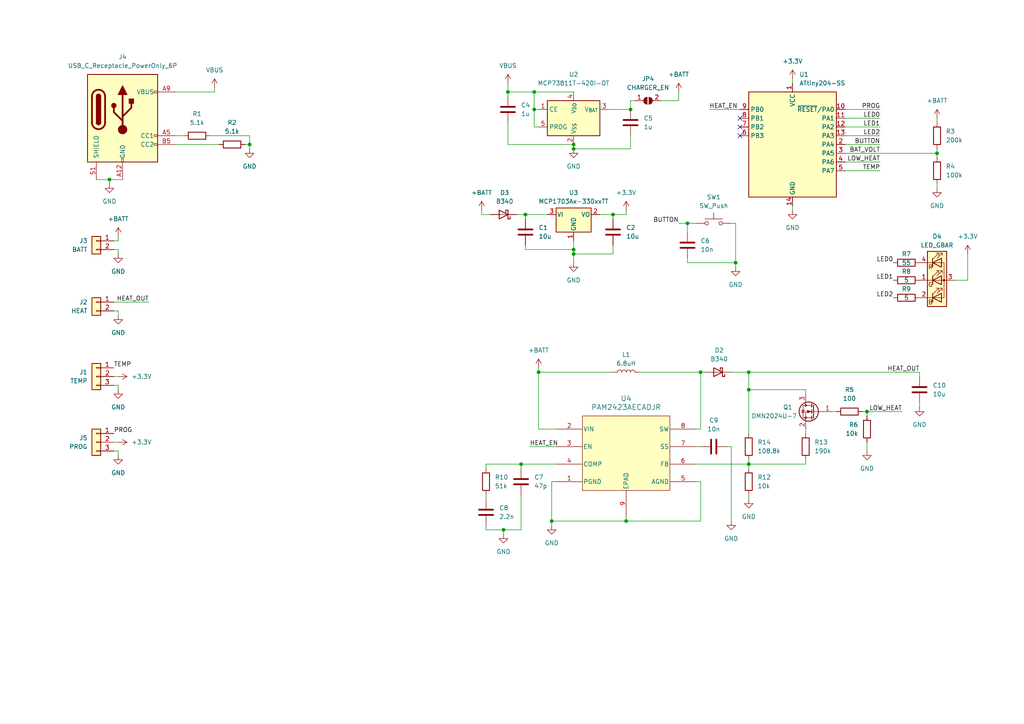
<source format=kicad_sch>
(kicad_sch (version 20230121) (generator eeschema)
  (paper "A4")
  (lib_symbols
    (symbol "Battery_Management:MCP73811T-420I-OT"
      (property "Reference" "U" (at -6.35 6.35 0))
      (property "Value" "MCP73811T-420I-OT" (at 1.27 6.35 0))
      (symbol "MCP73811T-420I-OT_0_1"
        (rectangle (start -7.62 5.08) (end 7.62 -5.08) (stroke (width 0.254)) (fill (type background)))
      )
      (symbol "MCP73811T-420I-OT_1_1"
        (pin input line (at -10.16 2.54 0) (length 2.54) (name "CE") (number "1"))
        (pin power_in line (at 0 -7.62 90) (length 2.54) (name "V_{SS}") (number "2"))
        (pin power_out line (at 10.16 2.54 180) (length 2.54) (name "V_{BAT}") (number "3"))
        (pin power_in line (at 0 7.62 270) (length 2.54) (name "V_{DD}") (number "4"))
        (pin input line (at -10.16 -2.54 0) (length 2.54) (name "PROG") (number "5"))
      )
    )
    (symbol "Connector:USB_C_Receptacle_PowerOnly_6P" (pin_names (offset 1.016))
      (property "Reference" "J" (at 0 16.51 0))
      (property "Value" "USB_C_Receptacle_PowerOnly_6P" (at 0 13.97 0))
      (symbol "USB_C_Receptacle_PowerOnly_6P_0_0"
        (rectangle (start -0.254 -12.7) (end 0.254 -11.684))
        (rectangle (start 10.16 -7.366) (end 9.144 -7.874))
        (rectangle (start 10.16 -4.826) (end 9.144 -5.334))
        (rectangle (start 10.16 7.874) (end 9.144 7.366))
      )
      (symbol "USB_C_Receptacle_PowerOnly_6P_0_1"
        (rectangle (start -10.16 12.7) (end 10.16 -12.7) (stroke (width 0.254)) (fill (type background)))
        (arc (start -8.89 -1.27) (mid -6.985 -3.1667) (end -5.08 -1.27) (stroke (width 0.508)))
        (arc (start -7.62 -1.27) (mid -6.985 -1.9023) (end -6.35 -1.27) (stroke (width 0.254)))
        (arc (start -7.62 -1.27) (mid -6.985 -1.9023) (end -6.35 -1.27) (stroke (width 0.254)) (fill (type outline)))
        (rectangle (start -7.62 -1.27) (end -6.35 6.35) (stroke (width 0.254)) (fill (type outline)))
        (arc (start -6.35 6.35) (mid -6.985 6.9823) (end -7.62 6.35) (stroke (width 0.254)))
        (arc (start -6.35 6.35) (mid -6.985 6.9823) (end -7.62 6.35) (stroke (width 0.254)) (fill (type outline)))
        (arc (start -5.08 6.35) (mid -6.985 8.2467) (end -8.89 6.35) (stroke (width 0.508)))
        (circle (center -2.54 3.683) (radius 0.635) (stroke (width 0.254)) (fill (type outline)))
        (circle (center 0 -3.302) (radius 1.27) (fill (type outline)))
        (polyline (pts (xy -8.89 -1.27) (xy -8.89 6.35)) (stroke (width 0.508)))
        (polyline (pts (xy -5.08 6.35) (xy -5.08 -1.27)) (stroke (width 0.508)))
        (polyline (pts (xy 0 -3.302) (xy 0 6.858)) (stroke (width 0.508)))
        (polyline (pts (xy 0 -0.762) (xy -2.54 1.778) (xy -2.54 3.048)) (stroke (width 0.508)))
        (polyline (pts (xy 0 0.508) (xy 2.54 3.048) (xy 2.54 4.318)) (stroke (width 0.508)))
        (polyline (pts (xy -1.27 6.858) (xy 0 9.398) (xy 1.27 6.858) (xy -1.27 6.858)) (stroke (width 0.254)) (fill (type outline)))
        (rectangle (start 1.905 4.318) (end 3.175 5.588) (stroke (width 0.254)) (fill (type outline)))
      )
      (symbol "USB_C_Receptacle_PowerOnly_6P_1_1"
        (pin passive line (at 0 -17.78 90) (length 5.08) (name "GND") (number "A12"))
        (pin bidirectional line (at 15.24 -5.08 180) (length 5.08) (name "CC1") (number "A5"))
        (pin passive line (at 15.24 7.62 180) (length 5.08) (name "VBUS") (number "A9"))
        (pin passive line (at 0 -17.78 90) (length 5.08) hide (name "GND") (number "B12"))
        (pin bidirectional line (at 15.24 -7.62 180) (length 5.08) (name "CC2") (number "B5"))
        (pin passive line (at 15.24 7.62 180) (length 5.08) hide (name "VBUS") (number "B9"))
        (pin passive line (at -7.62 -17.78 90) (length 5.08) (name "SHIELD") (number "S1"))
      )
    )
    (symbol "Connector_Generic:Conn_01x02" (pin_names (offset 1.016) hide)
      (property "Reference" "J" (at 0 2.54 0))
      (property "Value" "Conn_01x02" (at 0 -5.08 0))
      (symbol "Conn_01x02_1_1"
        (rectangle (start -1.27 -2.413) (end 0 -2.667) (stroke (width 0.1524)))
        (rectangle (start -1.27 0.127) (end 0 -0.127) (stroke (width 0.1524)))
        (rectangle (start -1.27 1.27) (end 1.27 -3.81) (stroke (width 0.254)) (fill (type background)))
        (pin passive line (at -5.08 0 0) (length 3.81) (name "Pin_1") (number "1"))
        (pin passive line (at -5.08 -2.54 0) (length 3.81) (name "Pin_2") (number "2"))
      )
    )
    (symbol "Connector_Generic:Conn_01x03" (pin_names (offset 1.016) hide)
      (property "Reference" "J" (at 0 5.08 0))
      (property "Value" "Conn_01x03" (at 0 -5.08 0))
      (symbol "Conn_01x03_1_1"
        (rectangle (start -1.27 -2.413) (end 0 -2.667) (stroke (width 0.1524)))
        (rectangle (start -1.27 0.127) (end 0 -0.127) (stroke (width 0.1524)))
        (rectangle (start -1.27 2.667) (end 0 2.413) (stroke (width 0.1524)))
        (rectangle (start -1.27 3.81) (end 1.27 -3.81) (stroke (width 0.254)) (fill (type background)))
        (pin passive line (at -5.08 2.54 0) (length 3.81) (name "Pin_1") (number "1"))
        (pin passive line (at -5.08 0 0) (length 3.81) (name "Pin_2") (number "2"))
        (pin passive line (at -5.08 -2.54 0) (length 3.81) (name "Pin_3") (number "3"))
      )
    )
    (symbol "Device:C" (pin_numbers hide) (pin_names (offset 0.254))
      (property "Reference" "C" (at 0.635 2.54 0))
      (property "Value" "C" (at 0.635 -2.54 0))
      (symbol "C_0_1"
        (polyline (pts (xy -2.032 -0.762) (xy 2.032 -0.762)) (stroke (width 0.508)))
        (polyline (pts (xy -2.032 0.762) (xy 2.032 0.762)) (stroke (width 0.508)))
      )
      (symbol "C_1_1"
        (pin passive line (at 0 3.81 270) (length 2.794) (name "~") (number "1"))
        (pin passive line (at 0 -3.81 90) (length 2.794) (name "~") (number "2"))
      )
    )
    (symbol "Device:L" (pin_numbers hide) (pin_names (offset 1.016) hide)
      (property "Reference" "L" (at -1.27 0 90))
      (property "Value" "L" (at 1.905 0 90))
      (symbol "L_0_1"
        (arc (start 0 -2.54) (mid 0.6323 -1.905) (end 0 -1.27))
        (arc (start 0 -1.27) (mid 0.6323 -0.635) (end 0 0))
        (arc (start 0 0) (mid 0.6323 0.635) (end 0 1.27))
        (arc (start 0 1.27) (mid 0.6323 1.905) (end 0 2.54))
      )
      (symbol "L_1_1"
        (pin passive line (at 0 3.81 270) (length 1.27) (name "1") (number "1"))
        (pin passive line (at 0 -3.81 90) (length 1.27) (name "2") (number "2"))
      )
    )
    (symbol "Device:LED_GBAR" (pin_names (offset 0) hide)
      (property "Reference" "D" (at 0 9.398 0))
      (property "Value" "LED_GBAR" (at 0 -8.89 0))
      (symbol "LED_GBAR_0_0"
        (text "B" (at -1.905 -6.35 0) (effects (font (size 1.27 1.27))))
        (text "G" (at -1.905 -1.27 0) (effects (font (size 1.27 1.27))))
        (text "R" (at -1.905 3.81 0) (effects (font (size 1.27 1.27))))
      )
      (symbol "LED_GBAR_0_1"
        (polyline (pts (xy -1.27 -5.08) (xy -2.54 -5.08)))
        (polyline (pts (xy -1.27 -5.08) (xy 1.27 -5.08)))
        (polyline (pts (xy -1.27 -3.81) (xy -1.27 -6.35)) (stroke (width 0.254)))
        (polyline (pts (xy -1.27 0) (xy -2.54 0)))
        (polyline (pts (xy -1.27 1.27) (xy -1.27 -1.27)) (stroke (width 0.254)))
        (polyline (pts (xy -1.27 5.08) (xy -2.54 5.08)))
        (polyline (pts (xy -1.27 5.08) (xy 1.27 5.08)))
        (polyline (pts (xy -1.27 6.35) (xy -1.27 3.81)) (stroke (width 0.254)))
        (polyline (pts (xy 1.27 0) (xy -1.27 0)))
        (polyline (pts (xy 1.27 0) (xy 2.54 0)))
        (polyline (pts (xy -1.27 1.27) (xy -1.27 -1.27) (xy -1.27 -1.27)))
        (polyline (pts (xy -1.27 6.35) (xy -1.27 3.81) (xy -1.27 3.81)))
        (polyline (pts (xy 1.27 -5.08) (xy 2.032 -5.08) (xy 2.032 5.08) (xy 1.27 5.08)))
        (polyline (pts (xy 1.27 -3.81) (xy 1.27 -6.35) (xy -1.27 -5.08) (xy 1.27 -3.81)) (stroke (width 0.254)))
        (polyline (pts (xy 1.27 1.27) (xy 1.27 -1.27) (xy -1.27 0) (xy 1.27 1.27)) (stroke (width 0.254)))
        (polyline (pts (xy 1.27 6.35) (xy 1.27 3.81) (xy -1.27 5.08) (xy 1.27 6.35)) (stroke (width 0.254)))
        (polyline (pts (xy -1.016 -3.81) (xy 0.508 -2.286) (xy -0.254 -2.286) (xy 0.508 -2.286) (xy 0.508 -3.048)))
        (polyline (pts (xy -1.016 1.27) (xy 0.508 2.794) (xy -0.254 2.794) (xy 0.508 2.794) (xy 0.508 2.032)))
        (polyline (pts (xy -1.016 6.35) (xy 0.508 7.874) (xy -0.254 7.874) (xy 0.508 7.874) (xy 0.508 7.112)))
        (polyline (pts (xy 0 -3.81) (xy 1.524 -2.286) (xy 0.762 -2.286) (xy 1.524 -2.286) (xy 1.524 -3.048)))
        (polyline (pts (xy 0 1.27) (xy 1.524 2.794) (xy 0.762 2.794) (xy 1.524 2.794) (xy 1.524 2.032)))
        (polyline (pts (xy 0 6.35) (xy 1.524 7.874) (xy 0.762 7.874) (xy 1.524 7.874) (xy 1.524 7.112)))
        (rectangle (start 1.27 -1.27) (end 1.27 1.27))
        (rectangle (start 1.27 1.27) (end 1.27 1.27))
        (rectangle (start 1.27 3.81) (end 1.27 6.35))
        (rectangle (start 1.27 6.35) (end 1.27 6.35))
        (circle (center 2.032 0) (radius 0.254) (fill (type outline)))
        (rectangle (start 2.794 8.382) (end -2.794 -7.62) (stroke (width 0.254)) (fill (type background)))
      )
      (symbol "LED_GBAR_1_1"
        (pin passive line (at -5.08 0 0) (length 2.54) (name "GK") (number "1"))
        (pin passive line (at -5.08 -5.08 0) (length 2.54) (name "BK") (number "2"))
        (pin passive line (at 5.08 0 180) (length 2.54) (name "A") (number "3"))
        (pin passive line (at -5.08 5.08 0) (length 2.54) (name "RK") (number "4"))
      )
    )
    (symbol "Device:R" (pin_numbers hide) (pin_names (offset 0))
      (property "Reference" "R" (at 2.032 0 90))
      (property "Value" "R" (at 0 0 90))
      (symbol "R_0_1"
        (rectangle (start -1.016 -2.54) (end 1.016 2.54) (stroke (width 0.254)))
      )
      (symbol "R_1_1"
        (pin passive line (at 0 3.81 270) (length 1.27) (name "~") (number "1"))
        (pin passive line (at 0 -3.81 90) (length 1.27) (name "~") (number "2"))
      )
    )
    (symbol "Diode:B340" (pin_numbers hide) (pin_names (offset 1.016) hide)
      (property "Reference" "D" (at 0 2.54 0))
      (property "Value" "B340" (at 0 -2.54 0))
      (symbol "B340_0_1"
        (polyline (pts (xy 1.27 0) (xy -1.27 0)))
        (polyline (pts (xy 1.27 1.27) (xy 1.27 -1.27) (xy -1.27 0) (xy 1.27 1.27)) (stroke (width 0.254)))
        (polyline (pts (xy -1.905 0.635) (xy -1.905 1.27) (xy -1.27 1.27) (xy -1.27 -1.27) (xy -0.635 -1.27) (xy -0.635 -0.635)) (stroke (width 0.254)))
      )
      (symbol "B340_1_1"
        (pin passive line (at -3.81 0 0) (length 2.54) (name "K") (number "1"))
        (pin passive line (at 3.81 0 180) (length 2.54) (name "A") (number "2"))
      )
    )
    (symbol "Jumper:SolderJumper_2_Open" (pin_names (offset 0) hide)
      (property "Reference" "JP" (at 0 2.032 0))
      (property "Value" "SolderJumper_2_Open" (at 0 -2.54 0))
      (symbol "SolderJumper_2_Open_0_1"
        (arc (start -0.254 1.016) (mid -1.2656 0) (end -0.254 -1.016))
        (arc (start -0.254 1.016) (mid -1.2656 0) (end -0.254 -1.016) (fill (type outline)))
        (polyline (pts (xy -0.254 1.016) (xy -0.254 -1.016)))
        (polyline (pts (xy 0.254 1.016) (xy 0.254 -1.016)))
        (arc (start 0.254 -1.016) (mid 1.2656 0) (end 0.254 1.016))
        (arc (start 0.254 -1.016) (mid 1.2656 0) (end 0.254 1.016) (fill (type outline)))
      )
      (symbol "SolderJumper_2_Open_1_1"
        (pin passive line (at -3.81 0 0) (length 2.54) (name "A") (number "1"))
        (pin passive line (at 3.81 0 180) (length 2.54) (name "B") (number "2"))
      )
    )
    (symbol "MCU_Microchip_ATtiny:ATtiny204-SS"
      (property "Reference" "U" (at -12.7 16.51 0))
      (property "Value" "ATtiny204-SS" (at 2.54 -16.51 0))
      (symbol "ATtiny204-SS_0_1"
        (rectangle (start -12.7 -15.24) (end 12.7 15.24) (stroke (width 0.254)) (fill (type background)))
      )
      (symbol "ATtiny204-SS_1_1"
        (pin power_in line (at 0 17.78 270) (length 2.54) (name "VCC") (number "1"))
        (pin bidirectional line (at 15.24 10.16 180) (length 2.54) (name "~{RESET}/PA0") (number "10"))
        (pin bidirectional line (at 15.24 7.62 180) (length 2.54) (name "PA1") (number "11"))
        (pin bidirectional line (at 15.24 5.08 180) (length 2.54) (name "PA2") (number "12"))
        (pin bidirectional line (at 15.24 2.54 180) (length 2.54) (name "PA3") (number "13"))
        (pin power_in line (at 0 -17.78 90) (length 2.54) (name "GND") (number "14"))
        (pin bidirectional line (at 15.24 0 180) (length 2.54) (name "PA4") (number "2"))
        (pin bidirectional line (at 15.24 -2.54 180) (length 2.54) (name "PA5") (number "3"))
        (pin bidirectional line (at 15.24 -5.08 180) (length 2.54) (name "PA6") (number "4"))
        (pin bidirectional line (at 15.24 -7.62 180) (length 2.54) (name "PA7") (number "5"))
        (pin bidirectional line (at -15.24 2.54 0) (length 2.54) (name "PB3") (number "6"))
        (pin bidirectional line (at -15.24 5.08 0) (length 2.54) (name "PB2") (number "7"))
        (pin bidirectional line (at -15.24 7.62 0) (length 2.54) (name "PB1") (number "8"))
        (pin bidirectional line (at -15.24 10.16 0) (length 2.54) (name "PB0") (number "9"))
      )
    )
    (symbol "Regulator_Linear:MCP1703Ax-330xxTT" (pin_names (offset 0.254))
      (property "Reference" "U" (at -3.81 3.175 0))
      (property "Value" "MCP1703Ax-330xxTT" (at 0 3.175 0))
      (symbol "MCP1703Ax-330xxTT_0_1"
        (rectangle (start -5.08 -5.08) (end 5.08 1.905) (stroke (width 0.254)) (fill (type background)))
      )
      (symbol "MCP1703Ax-330xxTT_1_1"
        (pin power_in line (at 0 -7.62 90) (length 2.54) (name "GND") (number "1"))
        (pin power_out line (at 7.62 0 180) (length 2.54) (name "VO") (number "2"))
        (pin power_in line (at -7.62 0 0) (length 2.54) (name "VI") (number "3"))
      )
    )
    (symbol "Switch:SW_Push" (pin_numbers hide) (pin_names (offset 1.016) hide)
      (property "Reference" "SW" (at 1.27 2.54 0))
      (property "Value" "SW_Push" (at 0 -1.524 0))
      (symbol "SW_Push_0_1"
        (circle (center -2.032 0) (radius 0.508))
        (polyline (pts (xy 0 1.27) (xy 0 3.048)))
        (polyline (pts (xy 2.54 1.27) (xy -2.54 1.27)))
        (circle (center 2.032 0) (radius 0.508))
        (pin passive line (at -5.08 0 0) (length 2.54) (name "1") (number "1"))
        (pin passive line (at 5.08 0 180) (length 2.54) (name "2") (number "2"))
      )
    )
    (symbol "Transistor_FET:DMN3300U" (pin_names hide)
      (property "Reference" "Q" (at 5.08 1.905 0))
      (property "Value" "DMN3300U" (at 5.08 0 0))
      (symbol "DMN3300U_0_1"
        (polyline (pts (xy 0.254 0) (xy -2.54 0)))
        (polyline (pts (xy 0.254 1.905) (xy 0.254 -1.905)) (stroke (width 0.254)))
        (polyline (pts (xy 0.762 -1.27) (xy 0.762 -2.286)) (stroke (width 0.254)))
        (polyline (pts (xy 0.762 0.508) (xy 0.762 -0.508)) (stroke (width 0.254)))
        (polyline (pts (xy 0.762 2.286) (xy 0.762 1.27)) (stroke (width 0.254)))
        (polyline (pts (xy 2.54 2.54) (xy 2.54 1.778)))
        (polyline (pts (xy 2.54 -2.54) (xy 2.54 0) (xy 0.762 0)))
        (polyline (pts (xy 0.762 -1.778) (xy 3.302 -1.778) (xy 3.302 1.778) (xy 0.762 1.778)))
        (polyline (pts (xy 1.016 0) (xy 2.032 0.381) (xy 2.032 -0.381) (xy 1.016 0)) (fill (type outline)))
        (polyline (pts (xy 2.794 0.508) (xy 2.921 0.381) (xy 3.683 0.381) (xy 3.81 0.254)))
        (polyline (pts (xy 3.302 0.381) (xy 2.921 -0.254) (xy 3.683 -0.254) (xy 3.302 0.381)))
        (circle (center 1.651 0) (radius 2.794) (stroke (width 0.254)))
        (circle (center 2.54 -1.778) (radius 0.254) (fill (type outline)))
        (circle (center 2.54 1.778) (radius 0.254) (fill (type outline)))
      )
      (symbol "DMN3300U_1_1"
        (pin input line (at -5.08 0 0) (length 2.54) (name "G") (number "1"))
        (pin passive line (at 2.54 -5.08 90) (length 2.54) (name "S") (number "2"))
        (pin passive line (at 2.54 5.08 270) (length 2.54) (name "D") (number "3"))
      )
    )
    (symbol "power:+3.3V" (power) (pin_names (offset 0))
      (property "Value" "+3.3V" (at 0 3.556 0))
      (symbol "+3.3V_0_1"
        (polyline (pts (xy -0.762 1.27) (xy 0 2.54)))
        (polyline (pts (xy 0 0) (xy 0 2.54)))
        (polyline (pts (xy 0 2.54) (xy 0.762 1.27)))
      )
      (symbol "+3.3V_1_1"
        (pin power_in line (at 0 0 90) (length 0) hide (name "+3.3V") (number "1"))
      )
    )
    (symbol "power:+BATT" (power) (pin_names (offset 0))
      (property "Value" "+BATT" (at 0 3.556 0))
      (symbol "+BATT_0_1"
        (polyline (pts (xy -0.762 1.27) (xy 0 2.54)))
        (polyline (pts (xy 0 0) (xy 0 2.54)))
        (polyline (pts (xy 0 2.54) (xy 0.762 1.27)))
      )
      (symbol "+BATT_1_1"
        (pin power_in line (at 0 0 90) (length 0) hide (name "+BATT") (number "1"))
      )
    )
    (symbol "power:GND" (power) (pin_names (offset 0))
      (property "Value" "GND" (at 0 -3.81 0))
      (symbol "GND_0_1"
        (polyline (pts (xy 0 0) (xy 0 -1.27) (xy 1.27 -1.27) (xy 0 -2.54) (xy -1.27 -1.27) (xy 0 -1.27)))
      )
      (symbol "GND_1_1"
        (pin power_in line (at 0 0 270) (length 0) hide (name "GND") (number "1"))
      )
    )
    (symbol "power:VBUS" (power) (pin_names (offset 0))
      (property "Value" "VBUS" (at 0 3.81 0))
      (symbol "VBUS_0_1"
        (polyline (pts (xy -0.762 1.27) (xy 0 2.54)))
        (polyline (pts (xy 0 0) (xy 0 2.54)))
        (polyline (pts (xy 0 2.54) (xy 0.762 1.27)))
      )
      (symbol "VBUS_1_1"
        (pin power_in line (at 0 0 90) (length 0) hide (name "VBUS") (number "1"))
      )
    )
    (symbol "velo:PAM2423AECADJR" (pin_names (offset 0.254))
      (property "Reference" "U4" (at 20.32 10.16 0))
      (property "Value" "PAM2423AECADJR" (at 20.32 7.62 0))
      (symbol "PAM2423AECADJR_0_1"
        (pin power_out line (at 0 -13.97 0) (length 7.62) (name "PGND") (number "1"))
        (pin unspecified line (at 0 1.27 0) (length 7.62) (name "VIN") (number "2"))
        (pin unspecified line (at 0 -3.81 0) (length 7.62) (name "EN") (number "3"))
        (pin unspecified line (at 0 -8.89 0) (length 7.62) (name "COMP") (number "4"))
        (pin power_out line (at 40.64 -13.97 180) (length 7.62) (name "AGND") (number "5"))
        (pin unspecified line (at 40.64 -8.89 180) (length 7.62) (name "FB") (number "6"))
        (pin unspecified line (at 40.64 -3.81 180) (length 7.62) (name "SS") (number "7"))
        (pin unspecified line (at 40.64 1.27 180) (length 7.62) (name "SW") (number "8"))
      )
      (symbol "PAM2423AECADJR_1_1"
        (rectangle (start 7.62 5.08) (end 33.02 -16.51) (fill (type background)))
        (pin unspecified line (at 20.32 -24.13 90) (length 7.62) (name "EPAD") (number "9"))
      )
    )
  )
  (junction (at 154.94 26.67))
  (junction (at 151.13 134.62))
  (junction (at 72.39 41.91))
  (junction (at 152.4 62.23))
  (junction (at 160.02 151.13))
  (junction (at 199.39 64.77))
  (junction (at 166.37 73.66))
  (junction (at 166.37 41.91))
  (junction (at 217.17 113.03))
  (junction (at 271.78 44.45))
  (junction (at 203.2 107.95))
  (junction (at 146.05 153.67))
  (junction (at 147.32 26.67))
  (junction (at 166.37 43.18))
  (junction (at 217.17 107.95))
  (junction (at 217.17 134.62))
  (junction (at 182.88 31.75))
  (junction (at 31.75 52.07))
  (junction (at 181.61 151.13))
  (junction (at 213.36 76.2))
  (junction (at 156.21 107.95))
  (junction (at 177.8 62.23))
  (junction (at 166.37 72.39))
  (junction (at 154.94 31.75))
  (junction (at 251.46 119.38))
  (no_connect (at 214.63 36.83))
  (no_connect (at 214.63 34.29))
  (no_connect (at 214.63 39.37))
  (wire (pts (xy 140.97 134.62) (xy 140.97 135.89)))
  (wire (pts (xy 153.67 129.54) (xy 161.29 129.54)))
  (wire (pts (xy 140.97 143.51) (xy 140.97 144.78)))
  (wire (pts (xy 217.17 134.62) (xy 217.17 135.89)))
  (wire (pts (xy 181.61 151.13) (xy 160.02 151.13)))
  (wire (pts (xy 35.56 52.07) (xy 31.75 52.07)))
  (wire (pts (xy 154.94 31.75) (xy 154.94 36.83)))
  (wire (pts (xy 72.39 41.91) (xy 72.39 43.18)))
  (wire (pts (xy 149.86 62.23) (xy 152.4 62.23)))
  (wire (pts (xy 160.02 151.13) (xy 160.02 152.4)))
  (wire (pts (xy 210.82 129.54) (xy 212.09 129.54)))
  (wire (pts (xy 271.78 53.34) (xy 271.78 54.61)))
  (wire (pts (xy 199.39 64.77) (xy 201.93 64.77)))
  (wire (pts (xy 152.4 72.39) (xy 166.37 72.39)))
  (wire (pts (xy 217.17 113.03) (xy 233.68 113.03)))
  (wire (pts (xy 71.12 41.91) (xy 72.39 41.91)))
  (wire (pts (xy 154.94 31.75) (xy 156.21 31.75)))
  (wire (pts (xy 147.32 27.94) (xy 147.32 26.67)))
  (wire (pts (xy 185.42 107.95) (xy 203.2 107.95)))
  (wire (pts (xy 229.87 59.69) (xy 229.87 60.96)))
  (wire (pts (xy 34.29 109.22) (xy 33.02 109.22)))
  (wire (pts (xy 34.29 73.66) (xy 34.29 72.39)))
  (wire (pts (xy 191.77 29.21) (xy 196.85 29.21)))
  (wire (pts (xy 217.17 107.95) (xy 266.7 107.95)))
  (wire (pts (xy 182.88 39.37) (xy 182.88 43.18)))
  (wire (pts (xy 50.8 39.37) (xy 53.34 39.37)))
  (wire (pts (xy 271.78 34.29) (xy 271.78 35.56)))
  (wire (pts (xy 251.46 119.38) (xy 261.62 119.38)))
  (wire (pts (xy 233.68 114.3) (xy 233.68 113.03)))
  (wire (pts (xy 255.27 34.29) (xy 245.11 34.29)))
  (wire (pts (xy 166.37 73.66) (xy 166.37 76.2)))
  (wire (pts (xy 213.36 77.47) (xy 213.36 76.2)))
  (wire (pts (xy 151.13 153.67) (xy 151.13 143.51)))
  (wire (pts (xy 173.99 62.23) (xy 177.8 62.23)))
  (wire (pts (xy 233.68 133.35) (xy 233.68 134.62)))
  (wire (pts (xy 62.23 26.67) (xy 62.23 25.4)))
  (wire (pts (xy 217.17 134.62) (xy 233.68 134.62)))
  (wire (pts (xy 241.3 119.38) (xy 242.57 119.38)))
  (wire (pts (xy 217.17 133.35) (xy 217.17 134.62)))
  (wire (pts (xy 255.27 49.53) (xy 245.11 49.53)))
  (wire (pts (xy 152.4 71.12) (xy 152.4 72.39)))
  (wire (pts (xy 217.17 113.03) (xy 217.17 125.73)))
  (wire (pts (xy 31.75 52.07) (xy 27.94 52.07)))
  (wire (pts (xy 212.09 107.95) (xy 217.17 107.95)))
  (wire (pts (xy 182.88 29.21) (xy 184.15 29.21)))
  (wire (pts (xy 182.88 29.21) (xy 182.88 31.75)))
  (wire (pts (xy 154.94 26.67) (xy 154.94 31.75)))
  (wire (pts (xy 182.88 43.18) (xy 166.37 43.18)))
  (wire (pts (xy 205.74 31.75) (xy 214.63 31.75)))
  (wire (pts (xy 245.11 46.99) (xy 255.27 46.99)))
  (wire (pts (xy 250.19 119.38) (xy 251.46 119.38)))
  (wire (pts (xy 151.13 134.62) (xy 140.97 134.62)))
  (wire (pts (xy 271.78 44.45) (xy 271.78 45.72)))
  (wire (pts (xy 196.85 64.77) (xy 199.39 64.77)))
  (wire (pts (xy 199.39 76.2) (xy 199.39 74.93)))
  (wire (pts (xy 203.2 124.46) (xy 201.93 124.46)))
  (wire (pts (xy 255.27 41.91) (xy 245.11 41.91)))
  (wire (pts (xy 213.36 64.77) (xy 212.09 64.77)))
  (wire (pts (xy 177.8 73.66) (xy 177.8 71.12)))
  (wire (pts (xy 181.61 62.23) (xy 181.61 60.96)))
  (wire (pts (xy 166.37 69.85) (xy 166.37 72.39)))
  (wire (pts (xy 147.32 26.67) (xy 154.94 26.67)))
  (wire (pts (xy 152.4 62.23) (xy 158.75 62.23)))
  (wire (pts (xy 203.2 139.7) (xy 203.2 151.13)))
  (wire (pts (xy 166.37 73.66) (xy 177.8 73.66)))
  (wire (pts (xy 201.93 129.54) (xy 203.2 129.54)))
  (wire (pts (xy 60.96 39.37) (xy 72.39 39.37)))
  (wire (pts (xy 34.29 113.03) (xy 34.29 111.76)))
  (wire (pts (xy 152.4 62.23) (xy 152.4 63.5)))
  (wire (pts (xy 156.21 106.68) (xy 156.21 107.95)))
  (wire (pts (xy 280.67 73.66) (xy 280.67 81.28)))
  (wire (pts (xy 199.39 76.2) (xy 213.36 76.2)))
  (wire (pts (xy 160.02 151.13) (xy 160.02 139.7)))
  (wire (pts (xy 34.29 69.85) (xy 33.02 69.85)))
  (wire (pts (xy 34.29 72.39) (xy 33.02 72.39)))
  (wire (pts (xy 161.29 124.46) (xy 156.21 124.46)))
  (wire (pts (xy 229.87 22.86) (xy 229.87 24.13)))
  (wire (pts (xy 156.21 124.46) (xy 156.21 107.95)))
  (wire (pts (xy 146.05 153.67) (xy 146.05 154.94)))
  (wire (pts (xy 217.17 143.51) (xy 217.17 144.78)))
  (wire (pts (xy 154.94 26.67) (xy 166.37 26.67)))
  (wire (pts (xy 156.21 107.95) (xy 177.8 107.95)))
  (wire (pts (xy 50.8 41.91) (xy 63.5 41.91)))
  (wire (pts (xy 271.78 43.18) (xy 271.78 44.45)))
  (wire (pts (xy 255.27 36.83) (xy 245.11 36.83)))
  (wire (pts (xy 146.05 153.67) (xy 151.13 153.67)))
  (wire (pts (xy 212.09 151.13) (xy 212.09 129.54)))
  (wire (pts (xy 140.97 153.67) (xy 146.05 153.67)))
  (wire (pts (xy 147.32 41.91) (xy 166.37 41.91)))
  (wire (pts (xy 154.94 36.83) (xy 156.21 36.83)))
  (wire (pts (xy 245.11 44.45) (xy 271.78 44.45)))
  (wire (pts (xy 217.17 107.95) (xy 217.17 113.03)))
  (wire (pts (xy 266.7 118.11) (xy 266.7 116.84)))
  (wire (pts (xy 50.8 26.67) (xy 62.23 26.67)))
  (wire (pts (xy 160.02 139.7) (xy 161.29 139.7)))
  (wire (pts (xy 31.75 52.07) (xy 31.75 53.34)))
  (wire (pts (xy 34.29 128.27) (xy 33.02 128.27)))
  (wire (pts (xy 140.97 152.4) (xy 140.97 153.67)))
  (wire (pts (xy 266.7 109.22) (xy 266.7 107.95)))
  (wire (pts (xy 166.37 72.39) (xy 166.37 73.66)))
  (wire (pts (xy 177.8 62.23) (xy 181.61 62.23)))
  (wire (pts (xy 177.8 62.23) (xy 177.8 63.5)))
  (wire (pts (xy 199.39 64.77) (xy 199.39 67.31)))
  (wire (pts (xy 166.37 41.91) (xy 166.37 43.18)))
  (wire (pts (xy 203.2 107.95) (xy 203.2 124.46)))
  (wire (pts (xy 34.29 91.44) (xy 34.29 90.17)))
  (wire (pts (xy 33.02 130.81) (xy 34.29 130.81)))
  (wire (pts (xy 255.27 31.75) (xy 245.11 31.75)))
  (wire (pts (xy 147.32 35.56) (xy 147.32 41.91)))
  (wire (pts (xy 201.93 134.62) (xy 217.17 134.62)))
  (wire (pts (xy 251.46 119.38) (xy 251.46 120.65)))
  (wire (pts (xy 161.29 134.62) (xy 151.13 134.62)))
  (wire (pts (xy 181.61 151.13) (xy 203.2 151.13)))
  (wire (pts (xy 151.13 134.62) (xy 151.13 135.89)))
  (wire (pts (xy 201.93 139.7) (xy 203.2 139.7)))
  (wire (pts (xy 139.7 62.23) (xy 142.24 62.23)))
  (wire (pts (xy 181.61 149.86) (xy 181.61 151.13)))
  (wire (pts (xy 196.85 26.67) (xy 196.85 29.21)))
  (wire (pts (xy 255.27 39.37) (xy 245.11 39.37)))
  (wire (pts (xy 233.68 124.46) (xy 233.68 125.73)))
  (wire (pts (xy 147.32 24.13) (xy 147.32 26.67)))
  (wire (pts (xy 34.29 90.17) (xy 33.02 90.17)))
  (wire (pts (xy 34.29 68.58) (xy 34.29 69.85)))
  (wire (pts (xy 43.18 87.63) (xy 33.02 87.63)))
  (wire (pts (xy 251.46 128.27) (xy 251.46 130.81)))
  (wire (pts (xy 72.39 39.37) (xy 72.39 41.91)))
  (wire (pts (xy 213.36 64.77) (xy 213.36 76.2)))
  (wire (pts (xy 204.47 107.95) (xy 203.2 107.95)))
  (wire (pts (xy 34.29 130.81) (xy 34.29 132.08)))
  (wire (pts (xy 34.29 111.76) (xy 33.02 111.76)))
  (wire (pts (xy 176.53 31.75) (xy 182.88 31.75)))
  (wire (pts (xy 280.67 81.28) (xy 276.86 81.28)))
  (wire (pts (xy 139.7 60.96) (xy 139.7 62.23)))
  (label "LED0" (at 255.27 34.29 180))
  (label "LED1" (at 255.27 36.83 180))
  (label "BUTTON" (at 255.27 41.91 180))
  (label "PROG" (at 33.02 125.73 0))
  (label "PROG" (at 255.27 31.75 180))
  (label "LED0" (at 259.08 76.2 180))
  (label "HEAT_EN" (at 205.74 31.75 0))
  (label "LED2" (at 255.27 39.37 180))
  (label "BUTTON" (at 196.85 64.77 180))
  (label "TEMP" (at 33.02 106.68 0))
  (label "LOW_HEAT" (at 255.27 46.99 180))
  (label "LED2" (at 259.08 86.36 180))
  (label "LED1" (at 259.08 81.28 180))
  (label "LOW_HEAT" (at 261.62 119.38 180))
  (label "HEAT_OUT" (at 43.18 87.63 180))
  (label "HEAT_OUT" (at 266.7 107.95 180))
  (label "BAT_VOLT" (at 246.38 44.45 0))
  (label "HEAT_EN" (at 153.67 129.54 0))
  (label "TEMP" (at 255.27 49.53 180))
  (symbol (lib_id "power:+BATT") (at 196.85 26.67 0) (unit 1)
    (property "Reference" "#PWR012" (effects hide))
    (property "Value" "+BATT" (at 196.85 21.59 0))
  )
  (symbol (lib_id "power:GND") (at 166.37 76.2 0) (unit 1)
    (property "Reference" "#PWR04" (effects hide))
    (property "Value" "GND" (at 166.37 81.28 0))
  )
  (symbol (lib_id "Device:R") (at 233.68 129.54 0) (unit 1)
    (property "Reference" "R13" (at 236.22 128.27 0) (effects (justify left)))
    (property "Value" "190k" (at 236.22 130.81 0) (effects (justify left)))
    (property "Footprint" "Resistor_SMD:R_0603_1608Metric_Pad0.98x0.95mm_HandSolder" (effects hide))
  )
  (symbol (lib_id "power:GND") (at 212.09 151.13 0) (unit 1)
    (property "Reference" "#PWR028" (effects hide))
    (property "Value" "GND" (at 212.09 156.21 0))
  )
  (symbol (lib_id "Device:C") (at 177.8 67.31 0) (unit 1)
    (property "Reference" "C2" (at 181.61 66.04 0) (effects (justify left)))
    (property "Value" "10u" (at 181.61 68.58 0) (effects (justify left)))
    (property "Footprint" "Capacitor_SMD:C_0603_1608Metric_Pad1.08x0.95mm_HandSolder" (effects hide))
  )
  (symbol (lib_id "power:GND") (at 72.39 43.18 0) (unit 1)
    (property "Reference" "#PWR013" (effects hide))
    (property "Value" "GND" (at 72.39 48.26 0))
  )
  (symbol (lib_id "Transistor_FET:DMN3300U") (at 236.22 119.38 0) (mirror y) (unit 1)
    (property "Reference" "Q1" (at 229.87 118.11 0) (effects (justify left)))
    (property "Value" "DMN2024U-7" (at 231.14 120.65 0) (effects (justify left)))
    (property "Footprint" "Package_TO_SOT_SMD:SOT-23" (effects hide))
    (property "Datasheet" "http://www.diodes.com/assets/Datasheets/ds31181.pdf" (effects hide))
  )
  (symbol (lib_id "Device:C") (at 199.39 71.12 180) (unit 1)
    (property "Reference" "C6" (at 203.2 69.85 0) (effects (justify right)))
    (property "Value" "10n" (at 203.2 72.39 0) (effects (justify right)))
    (property "Footprint" "Capacitor_SMD:C_0603_1608Metric_Pad1.08x0.95mm_HandSolder" (effects hide))
  )
  (symbol (lib_id "power:GND") (at 34.29 132.08 0) (mirror y) (unit 1)
    (property "Reference" "#PWR024" (effects hide))
    (property "Value" "GND" (at 34.29 137.16 0))
  )
  (symbol (lib_id "Device:R") (at 57.15 39.37 90) (unit 1)
    (property "Reference" "R1" (at 57.15 33.02 90))
    (property "Value" "5.1k" (at 57.15 35.56 90))
    (property "Footprint" "Resistor_SMD:R_0603_1608Metric_Pad0.98x0.95mm_HandSolder" (effects hide))
  )
  (symbol (lib_id "Device:R") (at 271.78 39.37 0) (unit 1)
    (property "Reference" "R3" (at 274.32 38.1 0) (effects (justify left)))
    (property "Value" "200k" (at 274.32 40.64 0) (effects (justify left)))
    (property "Footprint" "Resistor_SMD:R_0603_1608Metric_Pad0.98x0.95mm_HandSolder" (effects hide))
  )
  (symbol (lib_id "power:+3.3V") (at 229.87 22.86 0) (unit 1)
    (property "Reference" "#PWR015" (effects hide))
    (property "Value" "+3.3V" (at 229.87 17.78 0))
  )
  (symbol (lib_id "power:GND") (at 251.46 130.81 0) (unit 1)
    (property "Reference" "#PWR019" (effects hide))
    (property "Value" "GND" (at 251.46 135.89 0))
  )
  (symbol (lib_id "power:GND") (at 146.05 154.94 0) (unit 1)
    (property "Reference" "#PWR027" (effects hide))
    (property "Value" "GND" (at 146.05 160.02 0))
  )
  (symbol (lib_id "power:GND") (at 213.36 77.47 0) (unit 1)
    (property "Reference" "#PWR020" (effects hide))
    (property "Value" "GND" (at 213.36 82.55 0))
  )
  (symbol (lib_id "Switch:SW_Push") (at 207.01 64.77 0) (unit 1)
    (property "Reference" "SW1" (at 207.01 57.15 0))
    (property "Value" "SW_Push" (at 207.01 59.69 0))
    (property "Footprint" "Button_Switch_SMD:SW_SPST_EVQP7C" (effects hide))
  )
  (symbol (lib_id "Connector_Generic:Conn_01x03") (at 27.94 109.22 0) (mirror y) (unit 1)
    (property "Reference" "J1" (at 25.4 107.95 0) (effects (justify left)))
    (property "Value" "TEMP" (at 25.4 110.49 0) (effects (justify left)))
    (property "Footprint" "Connector_PinHeader_2.54mm:PinHeader_1x03_P2.54mm_Vertical" (effects hide))
  )
  (symbol (lib_id "Device:R") (at 217.17 129.54 0) (unit 1)
    (property "Reference" "R14" (at 219.71 128.27 0) (effects (justify left)))
    (property "Value" "108.8k" (at 219.71 130.81 0) (effects (justify left)))
    (property "Footprint" "Resistor_SMD:R_0603_1608Metric_Pad0.98x0.95mm_HandSolder" (effects hide))
  )
  (symbol (lib_id "Device:R") (at 251.46 124.46 0) (mirror x) (unit 1)
    (property "Reference" "R6" (at 248.92 123.19 0) (effects (justify right)))
    (property "Value" "10k" (at 248.92 125.73 0) (effects (justify right)))
    (property "Footprint" "Resistor_SMD:R_0603_1608Metric_Pad0.98x0.95mm_HandSolder" (effects hide))
  )
  (symbol (lib_id "power:GND") (at 266.7 118.11 0) (unit 1)
    (property "Reference" "#PWR030" (effects hide))
    (property "Value" "GND" (at 266.7 123.19 0))
  )
  (symbol (lib_id "Device:C") (at 207.01 129.54 90) (unit 1)
    (property "Reference" "C9" (at 207.01 121.92 90))
    (property "Value" "10n" (at 207.01 124.46 90))
    (property "Footprint" "Capacitor_SMD:C_0603_1608Metric_Pad1.08x0.95mm_HandSolder" (effects hide))
  )
  (symbol (lib_id "power:GND") (at 229.87 60.96 0) (unit 1)
    (property "Reference" "#PWR016" (effects hide))
    (property "Value" "GND" (at 229.87 66.04 0))
  )
  (symbol (lib_id "power:GND") (at 34.29 113.03 0) (mirror y) (unit 1)
    (property "Reference" "#PWR023" (effects hide))
    (property "Value" "GND" (at 34.29 118.11 0))
  )
  (symbol (lib_id "power:GND") (at 217.17 144.78 0) (unit 1)
    (property "Reference" "#PWR029" (effects hide))
    (property "Value" "GND" (at 217.17 149.86 0))
  )
  (symbol (lib_id "power:VBUS") (at 147.32 24.13 0) (unit 1)
    (property "Reference" "#PWR011" (effects hide))
    (property "Value" "VBUS" (at 147.32 19.05 0))
  )
  (symbol (lib_id "power:+BATT") (at 156.21 106.68 0) (mirror y) (unit 1)
    (property "Reference" "#PWR02" (effects hide))
    (property "Value" "+BATT" (at 156.21 101.6 0))
  )
  (symbol (lib_id "Device:R") (at 262.89 86.36 90) (unit 1)
    (property "Reference" "R9" (at 262.89 83.82 90))
    (property "Value" "5" (at 262.89 86.36 90))
    (property "Footprint" "Resistor_SMD:R_0603_1608Metric_Pad0.98x0.95mm_HandSolder" (effects hide))
  )
  (symbol (lib_id "Regulator_Linear:MCP1703Ax-330xxTT") (at 166.37 62.23 0) (unit 1)
    (property "Reference" "U3" (at 166.37 55.88 0))
    (property "Value" "MCP1703Ax-330xxTT" (at 166.37 58.42 0))
    (property "Footprint" "Package_TO_SOT_SMD:SOT-23" (effects hide))
    (property "Datasheet" "http://ww1.microchip.com/downloads/en/DeviceDoc/20005122B.pdf" (effects hide))
  )
  (symbol (lib_id "Device:R") (at 271.78 49.53 0) (unit 1)
    (property "Reference" "R4" (at 274.32 48.26 0) (effects (justify left)))
    (property "Value" "100k" (at 274.32 50.8 0) (effects (justify left)))
    (property "Footprint" "Resistor_SMD:R_0603_1608Metric_Pad0.98x0.95mm_HandSolder" (effects hide))
  )
  (symbol (lib_id "power:GND") (at 271.78 54.61 0) (unit 1)
    (property "Reference" "#PWR017" (effects hide))
    (property "Value" "GND" (at 271.78 59.69 0))
  )
  (symbol (lib_id "Device:LED_GBAR") (at 271.78 81.28 0) (unit 1)
    (property "Reference" "D4" (at 271.78 68.58 0))
    (property "Value" "LED_GBAR" (at 271.78 71.12 0))
    (property "Footprint" "LED_THT:LED_D5.0mm-4_RGB_Wide_Pins" (effects hide))
  )
  (symbol (lib_id "Connector_Generic:Conn_01x03") (at 27.94 128.27 0) (mirror y) (unit 1)
    (property "Reference" "J5" (at 25.4 127 0) (effects (justify left)))
    (property "Value" "PROG" (at 25.4 129.54 0) (effects (justify left)))
    (property "Footprint" "Connector_PinHeader_2.54mm:PinHeader_1x03_P2.54mm_Vertical" (effects hide))
  )
  (symbol (lib_id "power:GND") (at 34.29 91.44 0) (mirror y) (unit 1)
    (property "Reference" "#PWR07" (effects hide))
    (property "Value" "GND" (at 34.29 96.52 0))
  )
  (symbol (lib_id "Device:C") (at 152.4 67.31 0) (unit 1)
    (property "Reference" "C1" (at 156.21 66.04 0) (effects (justify left)))
    (property "Value" "10u" (at 156.21 68.58 0) (effects (justify left)))
    (property "Footprint" "Capacitor_SMD:C_0603_1608Metric_Pad1.08x0.95mm_HandSolder" (effects hide))
  )
  (symbol (lib_id "Device:R") (at 262.89 76.2 90) (unit 1)
    (property "Reference" "R7" (at 262.89 73.66 90))
    (property "Value" "55" (at 262.89 76.2 90))
    (property "Footprint" "Resistor_SMD:R_0603_1608Metric_Pad0.98x0.95mm_HandSolder" (effects hide))
  )
  (symbol (lib_id "power:VBUS") (at 62.23 25.4 0) (unit 1)
    (property "Reference" "#PWR09" (effects hide))
    (property "Value" "VBUS" (at 62.23 20.32 0))
  )
  (symbol (lib_id "Connector_Generic:Conn_01x02") (at 27.94 69.85 0) (mirror y) (unit 1)
    (property "Reference" "J3" (at 25.4 69.85 0) (effects (justify left)))
    (property "Value" "BATT" (at 25.4 72.39 0) (effects (justify left)))
    (property "Footprint" "Connector_PinHeader_2.54mm:PinHeader_1x02_P2.54mm_Horizontal" (effects hide))
  )
  (symbol (lib_id "Diode:B340") (at 208.28 107.95 180) (unit 1)
    (property "Reference" "D2" (at 208.5975 101.6 0))
    (property "Value" "B340" (at 208.5975 104.14 0))
    (property "Footprint" "Diode_SMD:D_SMA" (effects hide))
    (property "Datasheet" "http://www.jameco.com/Jameco/Products/ProdDS/1538777.pdf" (effects hide))
  )
  (symbol (lib_id "velo:PAM2423AECADJR") (at 161.29 125.73 0) (unit 1)
    (property "Reference" "U4" (at 181.61 115.57 0) (effects (font (size 1.524 1.524))))
    (property "Value" "PAM2423AECADJR" (at 181.61 118.11 0) (effects (font (size 1.524 1.524))))
    (property "Footprint" "Package_SO:SOIC-8-1EP_3.9x4.9mm_P1.27mm_EP2.29x3mm" (effects hide))
    (property "Datasheet" "PAM2423AECADJR" (effects hide))
  )
  (symbol (lib_id "Diode:B340") (at 146.05 62.23 180) (unit 1)
    (property "Reference" "D3" (at 146.3675 55.88 0))
    (property "Value" "B340" (at 146.3675 58.42 0))
    (property "Footprint" "Diode_SMD:D_SMA" (effects hide))
    (property "Datasheet" "http://www.jameco.com/Jameco/Products/ProdDS/1538777.pdf" (effects hide))
  )
  (symbol (lib_id "Device:R") (at 262.89 81.28 90) (unit 1)
    (property "Reference" "R8" (at 262.89 78.74 90))
    (property "Value" "5" (at 262.89 81.28 90))
    (property "Footprint" "Resistor_SMD:R_0603_1608Metric_Pad0.98x0.95mm_HandSolder" (effects hide))
  )
  (symbol (lib_id "Device:C") (at 147.32 31.75 0) (unit 1)
    (property "Reference" "C4" (at 151.13 30.48 0) (effects (justify left)))
    (property "Value" "1u" (at 151.13 33.02 0) (effects (justify left)))
    (property "Footprint" "Capacitor_SMD:C_0603_1608Metric_Pad1.08x0.95mm_HandSolder" (effects hide))
  )
  (symbol (lib_id "Device:L") (at 181.61 107.95 90) (unit 1)
    (property "Reference" "L1" (at 181.61 102.87 90))
    (property "Value" "6.8uH" (at 181.61 105.41 90))
    (property "Footprint" "Inductor_SMD:L_Bourns_SRP1038C_10.0x10.0mm" (effects hide))
  )
  (symbol (lib_id "Connector_Generic:Conn_01x02") (at 27.94 87.63 0) (mirror y) (unit 1)
    (property "Reference" "J2" (at 25.4 87.63 0) (effects (justify left)))
    (property "Value" "HEAT" (at 25.4 90.17 0) (effects (justify left)))
    (property "Footprint" "Connector_PinHeader_2.54mm:PinHeader_1x02_P2.54mm_Horizontal" (effects hide))
  )
  (symbol (lib_id "power:+3.3V") (at 181.61 60.96 0) (unit 1)
    (property "Reference" "#PWR08" (effects hide))
    (property "Value" "+3.3V" (at 181.61 55.88 0))
  )
  (symbol (lib_id "power:+BATT") (at 139.7 60.96 0) (unit 1)
    (property "Reference" "#PWR03" (effects hide))
    (property "Value" "+BATT" (at 139.7 55.88 0))
  )
  (symbol (lib_id "Device:C") (at 140.97 148.59 0) (unit 1)
    (property "Reference" "C8" (at 144.78 147.32 0) (effects (justify left)))
    (property "Value" "2.2n" (at 144.78 149.86 0) (effects (justify left)))
    (property "Footprint" "Capacitor_SMD:C_0603_1608Metric_Pad1.08x0.95mm_HandSolder" (effects hide))
  )
  (symbol (lib_id "Device:R") (at 67.31 41.91 90) (unit 1)
    (property "Reference" "R2" (at 67.31 35.56 90))
    (property "Value" "5.1k" (at 67.31 38.1 90))
    (property "Footprint" "Resistor_SMD:R_0603_1608Metric_Pad0.98x0.95mm_HandSolder" (effects hide))
  )
  (symbol (lib_id "Connector:USB_C_Receptacle_PowerOnly_6P") (at 35.56 34.29 0) (unit 1)
    (property "Reference" "J4" (at 35.56 16.51 0))
    (property "Value" "USB_C_Receptacle_PowerOnly_6P" (at 35.56 19.05 0))
    (property "Footprint" "Connector_USB:USB_C_Receptacle_GCT_USB4135-GF-A_6P_TopMnt_Horizontal" (effects hide))
    (property "Datasheet" "https://www.usb.org/sites/default/files/documents/usb_type-c.zip" (effects hide))
  )
  (symbol (lib_id "power:GND") (at 166.37 43.18 0) (unit 1)
    (property "Reference" "#PWR010" (effects hide))
    (property "Value" "GND" (at 166.37 48.26 0))
  )
  (symbol (lib_id "Device:C") (at 266.7 113.03 0) (unit 1)
    (property "Reference" "C10" (at 270.51 111.76 0) (effects (justify left)))
    (property "Value" "10u" (at 270.51 114.3 0) (effects (justify left)))
    (property "Footprint" "Capacitor_SMD:C_0603_1608Metric_Pad1.08x0.95mm_HandSolder" (effects hide))
  )
  (symbol (lib_id "Battery_Management:MCP73811T-420I-OT") (at 166.37 34.29 0) (unit 1)
    (property "Reference" "U2" (at 166.37 21.59 0))
    (property "Value" "MCP73811T-420I-OT" (at 166.37 24.13 0))
    (property "Footprint" "Package_TO_SOT_SMD:SOT-23-5" (effects hide))
    (property "Datasheet" "http://ww1.microchip.com/downloads/en/DeviceDoc/22036b.pdf" (effects hide))
  )
  (symbol (lib_id "power:+3.3V") (at 280.67 73.66 0) (unit 1)
    (property "Reference" "#PWR021" (effects hide))
    (property "Value" "+3.3V" (at 280.67 68.58 0))
  )
  (symbol (lib_id "power:GND") (at 31.75 53.34 0) (unit 1)
    (property "Reference" "#PWR014" (effects hide))
    (property "Value" "GND" (at 31.75 58.42 0))
  )
  (symbol (lib_id "power:+3.3V") (at 34.29 128.27 270) (mirror x) (unit 1)
    (property "Reference" "#PWR025" (effects hide))
    (property "Value" "+3.3V" (at 38.1 128.27 90) (effects (justify left)))
  )
  (symbol (lib_id "power:GND") (at 160.02 152.4 0) (unit 1)
    (property "Reference" "#PWR026" (effects hide))
    (property "Value" "GND" (at 160.02 157.48 0))
  )
  (symbol (lib_id "MCU_Microchip_ATtiny:ATtiny204-SS") (at 229.87 41.91 0) (unit 1)
    (property "Reference" "U1" (at 231.8259 21.59 0) (effects (justify left)))
    (property "Value" "ATtiny204-SS" (at 231.8259 24.13 0) (effects (justify left)))
    (property "Footprint" "Package_SO:SOIC-14_3.9x8.7mm_P1.27mm" (effects hide))
    (property "Datasheet" "http://ww1.microchip.com/downloads/en/DeviceDoc/50002687A.pdf" (effects hide))
  )
  (symbol (lib_id "Jumper:SolderJumper_2_Open") (at 187.96 29.21 0) (unit 1)
    (property "Reference" "JP4" (at 187.96 22.86 0))
    (property "Value" "CHARGER_EN" (at 187.96 25.4 0))
    (property "Footprint" "Jumper:SolderJumper-2_P1.3mm_Open_Pad1.0x1.5mm" (effects hide))
  )
  (symbol (lib_id "Device:C") (at 151.13 139.7 0) (unit 1)
    (property "Reference" "C7" (at 154.94 138.43 0) (effects (justify left)))
    (property "Value" "47p" (at 154.94 140.97 0) (effects (justify left)))
    (property "Footprint" "Capacitor_SMD:C_0603_1608Metric_Pad1.08x0.95mm_HandSolder" (effects hide))
  )
  (symbol (lib_id "power:+BATT") (at 34.29 68.58 0) (mirror y) (unit 1)
    (property "Reference" "#PWR05" (effects hide))
    (property "Value" "+BATT" (at 34.29 63.5 0))
  )
  (symbol (lib_id "Device:C") (at 182.88 35.56 0) (unit 1)
    (property "Reference" "C5" (at 186.69 34.29 0) (effects (justify left)))
    (property "Value" "1u" (at 186.69 36.83 0) (effects (justify left)))
    (property "Footprint" "Capacitor_SMD:C_0603_1608Metric_Pad1.08x0.95mm_HandSolder" (effects hide))
  )
  (symbol (lib_id "power:+BATT") (at 271.78 34.29 0) (unit 1)
    (property "Reference" "#PWR018" (effects hide))
    (property "Value" "+BATT" (at 271.78 29.21 0))
  )
  (symbol (lib_id "Device:R") (at 217.17 139.7 0) (unit 1)
    (property "Reference" "R12" (at 219.71 138.43 0) (effects (justify left)))
    (property "Value" "10k" (at 219.71 140.97 0) (effects (justify left)))
    (property "Footprint" "Resistor_SMD:R_0603_1608Metric_Pad0.98x0.95mm_HandSolder" (effects hide))
  )
  (symbol (lib_id "Device:R") (at 140.97 139.7 0) (unit 1)
    (property "Reference" "R10" (at 143.51 138.43 0) (effects (justify left)))
    (property "Value" "51k" (at 143.51 140.97 0) (effects (justify left)))
    (property "Footprint" "Resistor_SMD:R_0603_1608Metric_Pad0.98x0.95mm_HandSolder" (effects hide))
  )
  (symbol (lib_id "power:GND") (at 34.29 73.66 0) (mirror y) (unit 1)
    (property "Reference" "#PWR06" (effects hide))
    (property "Value" "GND" (at 34.29 78.74 0))
  )
  (symbol (lib_id "Device:R") (at 246.38 119.38 90) (unit 1)
    (property "Reference" "R5" (at 246.38 113.03 90))
    (property "Value" "100" (at 246.38 115.57 90))
    (property "Footprint" "Resistor_SMD:R_0603_1608Metric_Pad0.98x0.95mm_HandSolder" (effects hide))
  )
  (symbol (lib_id "power:+3.3V") (at 34.29 109.22 270) (mirror x) (unit 1)
    (property "Reference" "#PWR022" (effects hide))
    (property "Value" "+3.3V" (at 38.1 109.22 90) (effects (justify left)))
  )
)
</source>
